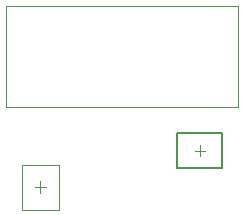
<source format=gbr>
%TF.GenerationSoftware,Altium Limited,Altium Designer,20.1.11 (218)*%
G04 Layer_Color=32768*
%FSLAX26Y26*%
%MOIN*%
%TF.SameCoordinates,F1652399-7491-40A6-9504-01A14B245E9D*%
%TF.FilePolarity,Positive*%
%TF.FileFunction,Other,Mechanical_15*%
%TF.Part,Single*%
G01*
G75*
%TA.AperFunction,NonConductor*%
%ADD79C,0.007874*%
%ADD80C,0.003937*%
%ADD123C,0.001968*%
D79*
X753229Y690987D02*
Y807129D01*
X603622D02*
X753229D01*
X603622Y690987D02*
Y807129D01*
Y690987D02*
X753229D01*
D80*
X147000Y607315D02*
Y646685D01*
X127315Y627000D02*
X166685D01*
X33464Y893702D02*
Y1232284D01*
X805117D01*
Y893702D02*
Y1232284D01*
X33464Y893702D02*
X805117D01*
X678426Y731637D02*
Y766479D01*
X661004Y749058D02*
X695847D01*
D123*
X85976Y701803D02*
X208024D01*
X85976Y552197D02*
X208024D01*
X85976D02*
Y701803D01*
X208024Y552197D02*
Y701803D01*
%TF.MD5,ca300cd144bc47c23726f48a7826bdc5*%
M02*

</source>
